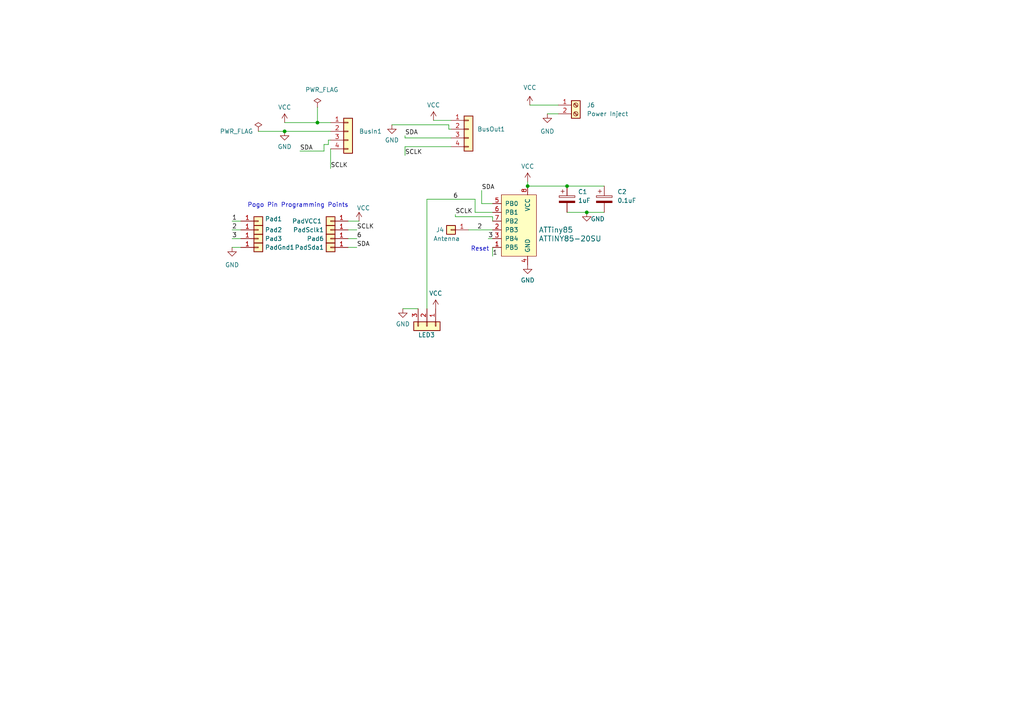
<source format=kicad_sch>
(kicad_sch (version 20230121) (generator eeschema)
  (paper "A4")
  (lib_symbols
    (symbol "Connector:Screw_Terminal_01x02" (pin_names (offset 1.016) hide)
      (property "Reference" "J" (at 0 2.54 0))
      (property "Value" "Screw_Terminal_01x02" (at 0 -5.08 0))
      (symbol "Screw_Terminal_01x02_1_1"
        (rectangle (start -1.27 1.27) (end 1.27 -3.81) (stroke (width 0.254)) (fill (type background)))
        (circle (center 0 -2.54) (radius 0.635) (stroke (width 0.1524)))
        (polyline (pts (xy -0.5334 -2.2098) (xy 0.3302 -3.048)) (stroke (width 0.1524)))
        (polyline (pts (xy -0.5334 0.3302) (xy 0.3302 -0.508)) (stroke (width 0.1524)))
        (polyline (pts (xy -0.3556 -2.032) (xy 0.508 -2.8702)) (stroke (width 0.1524)))
        (polyline (pts (xy -0.3556 0.508) (xy 0.508 -0.3302)) (stroke (width 0.1524)))
        (circle (center 0 0) (radius 0.635) (stroke (width 0.1524)))
        (pin passive line (at -5.08 0 0) (length 3.81) (name "Pin_1") (number "1"))
        (pin passive line (at -5.08 -2.54 0) (length 3.81) (name "Pin_2") (number "2"))
      )
    )
    (symbol "Connector_Generic:Conn_01x01" (pin_names (offset 1.016) hide)
      (property "Reference" "J" (at 0 2.54 0))
      (property "Value" "Conn_01x01" (at 0 -2.54 0))
      (symbol "Conn_01x01_1_1"
        (rectangle (start -1.27 0.127) (end 0 -0.127) (stroke (width 0.1524)))
        (rectangle (start -1.27 1.27) (end 1.27 -1.27) (stroke (width 0.254)) (fill (type background)))
        (pin passive line (at -5.08 0 0) (length 3.81) (name "Pin_1") (number "1"))
      )
    )
    (symbol "Connector_Generic:Conn_01x03" (pin_names (offset 1.016) hide)
      (property "Reference" "J" (at 0 5.08 0))
      (property "Value" "Conn_01x03" (at 0 -5.08 0))
      (symbol "Conn_01x03_1_1"
        (rectangle (start -1.27 -2.413) (end 0 -2.667) (stroke (width 0.1524)))
        (rectangle (start -1.27 0.127) (end 0 -0.127) (stroke (width 0.1524)))
        (rectangle (start -1.27 2.667) (end 0 2.413) (stroke (width 0.1524)))
        (rectangle (start -1.27 3.81) (end 1.27 -3.81) (stroke (width 0.254)) (fill (type background)))
        (pin passive line (at -5.08 2.54 0) (length 3.81) (name "Pin_1") (number "1"))
        (pin passive line (at -5.08 0 0) (length 3.81) (name "Pin_2") (number "2"))
        (pin passive line (at -5.08 -2.54 0) (length 3.81) (name "Pin_3") (number "3"))
      )
    )
    (symbol "Connector_Generic:Conn_01x04" (pin_names (offset 1.016) hide)
      (property "Reference" "J" (at 0 5.08 0))
      (property "Value" "Conn_01x04" (at 0 -7.62 0))
      (symbol "Conn_01x04_1_1"
        (rectangle (start -1.27 -4.953) (end 0 -5.207) (stroke (width 0.1524)))
        (rectangle (start -1.27 -2.413) (end 0 -2.667) (stroke (width 0.1524)))
        (rectangle (start -1.27 0.127) (end 0 -0.127) (stroke (width 0.1524)))
        (rectangle (start -1.27 2.667) (end 0 2.413) (stroke (width 0.1524)))
        (rectangle (start -1.27 3.81) (end 1.27 -6.35) (stroke (width 0.254)) (fill (type background)))
        (pin passive line (at -5.08 2.54 0) (length 3.81) (name "Pin_1") (number "1"))
        (pin passive line (at -5.08 0 0) (length 3.81) (name "Pin_2") (number "2"))
        (pin passive line (at -5.08 -2.54 0) (length 3.81) (name "Pin_3") (number "3"))
        (pin passive line (at -5.08 -5.08 0) (length 3.81) (name "Pin_4") (number "4"))
      )
    )
    (symbol "Device:C_Polarized" (pin_numbers hide) (pin_names (offset 0.254))
      (property "Reference" "C" (at 0.635 2.54 0))
      (property "Value" "C_Polarized" (at 0.635 -2.54 0))
      (symbol "C_Polarized_0_1"
        (rectangle (start -2.286 0.508) (end 2.286 1.016))
        (polyline (pts (xy -1.778 2.286) (xy -0.762 2.286)))
        (polyline (pts (xy -1.27 2.794) (xy -1.27 1.778)))
        (rectangle (start 2.286 -0.508) (end -2.286 -1.016) (fill (type outline)))
      )
      (symbol "C_Polarized_1_1"
        (pin passive line (at 0 3.81 270) (length 2.794) (name "~") (number "1"))
        (pin passive line (at 0 -3.81 90) (length 2.794) (name "~") (number "2"))
      )
    )
    (symbol "dk_Embedded-Microcontrollers:ATTINY85-20SU" (pin_names (offset 1.016))
      (property "Reference" "U" (at -5.08 6.35 0))
      (property "Value" "ATTINY85-20SU" (at 6.35 5.08 90))
      (symbol "ATTINY85-20SU_0_1"
        (rectangle (start -5.08 5.08) (end 5.08 -12.7) (fill (type background)))
      )
      (symbol "ATTINY85-20SU_1_1"
        (pin bidirectional line (at -7.62 -10.16 0) (length 2.54) (name "PB5") (number "1"))
        (pin bidirectional line (at -7.62 -5.08 0) (length 2.54) (name "PB3") (number "2"))
        (pin bidirectional line (at -7.62 -7.62 0) (length 2.54) (name "PB4") (number "3"))
        (pin power_in line (at 2.54 -15.24 90) (length 2.54) (name "GND") (number "4"))
        (pin bidirectional line (at -7.62 2.54 0) (length 2.54) (name "PB0") (number "5"))
        (pin bidirectional line (at -7.62 0 0) (length 2.54) (name "PB1") (number "6"))
        (pin bidirectional line (at -7.62 -2.54 0) (length 2.54) (name "PB2") (number "7"))
        (pin power_in line (at 2.54 7.62 270) (length 2.54) (name "VCC") (number "8"))
      )
    )
    (symbol "power:GND" (power) (pin_names (offset 0))
      (property "Value" "GND" (at 0 -3.81 0))
      (symbol "GND_0_1"
        (polyline (pts (xy 0 0) (xy 0 -1.27) (xy 1.27 -1.27) (xy 0 -2.54) (xy -1.27 -1.27) (xy 0 -1.27)))
      )
      (symbol "GND_1_1"
        (pin power_in line (at 0 0 270) (length 0) hide (name "GND") (number "1"))
      )
    )
    (symbol "power:PWR_FLAG" (power) (pin_numbers hide) (pin_names (offset 0) hide)
      (property "Value" "PWR_FLAG" (at 0 3.81 0))
      (symbol "PWR_FLAG_0_0"
        (pin power_out line (at 0 0 90) (length 0) (name "pwr") (number "1"))
      )
      (symbol "PWR_FLAG_0_1"
        (polyline (pts (xy 0 0) (xy 0 1.27) (xy -1.016 1.905) (xy 0 2.54) (xy 1.016 1.905) (xy 0 1.27)))
      )
    )
    (symbol "power:VCC" (power) (pin_names (offset 0))
      (property "Value" "VCC" (at 0 3.81 0))
      (symbol "VCC_0_1"
        (polyline (pts (xy -0.762 1.27) (xy 0 2.54)))
        (polyline (pts (xy 0 0) (xy 0 2.54)))
        (polyline (pts (xy 0 2.54) (xy 0.762 1.27)))
      )
      (symbol "VCC_1_1"
        (pin power_in line (at 0 0 90) (length 0) hide (name "VCC") (number "1"))
      )
    )
  )
  (junction (at 170.18 61.595))
  (junction (at 82.55 38.1))
  (junction (at 153.035 53.975))
  (junction (at 164.465 53.975))
  (junction (at 92.075 35.56))
  (wire (pts (xy 130.81 40.005) (xy 117.475 40.005)))
  (wire (pts (xy 164.465 53.975) (xy 175.26 53.975)))
  (wire (pts (xy 82.55 35.56) (xy 92.075 35.56)))
  (wire (pts (xy 117.475 40.005) (xy 117.475 39.37)))
  (wire (pts (xy 117.475 42.545) (xy 117.475 45.085)))
  (wire (pts (xy 123.825 57.785) (xy 123.825 89.535)))
  (wire (pts (xy 130.175 36.195) (xy 130.175 37.465)))
  (wire (pts (xy 95.885 43.18) (xy 95.885 48.895)))
  (wire (pts (xy 67.31 69.215) (xy 69.85 69.215)))
  (wire (pts (xy 164.465 61.595) (xy 170.18 61.595)))
  (wire (pts (xy 153.67 30.48) (xy 161.925 30.48)))
  (wire (pts (xy 132.08 62.23) (xy 132.08 62.865)))
  (wire (pts (xy 125.73 34.925) (xy 130.81 34.925)))
  (wire (pts (xy 137.795 61.595) (xy 137.795 57.785)))
  (wire (pts (xy 67.31 66.675) (xy 69.85 66.675)))
  (wire (pts (xy 67.31 71.755) (xy 69.85 71.755)))
  (wire (pts (xy 100.965 71.755) (xy 103.505 71.755)))
  (wire (pts (xy 153.035 53.975) (xy 164.465 53.975)))
  (wire (pts (xy 86.995 43.815) (xy 93.98 43.815)))
  (wire (pts (xy 130.81 42.545) (xy 117.475 42.545)))
  (wire (pts (xy 82.55 38.1) (xy 95.885 38.1)))
  (wire (pts (xy 153.035 52.705) (xy 153.035 53.975)))
  (wire (pts (xy 116.84 89.535) (xy 121.285 89.535)))
  (wire (pts (xy 142.875 62.865) (xy 142.875 64.135)))
  (wire (pts (xy 170.18 61.595) (xy 175.26 61.595)))
  (wire (pts (xy 100.965 69.215) (xy 103.505 69.215)))
  (wire (pts (xy 74.93 38.1) (xy 82.55 38.1)))
  (wire (pts (xy 139.7 59.055) (xy 142.875 59.055)))
  (wire (pts (xy 95.25 40.64) (xy 95.885 40.64)))
  (wire (pts (xy 135.89 66.675) (xy 142.875 66.675)))
  (wire (pts (xy 95.25 41.91) (xy 95.25 40.64)))
  (wire (pts (xy 139.7 55.245) (xy 139.7 59.055)))
  (wire (pts (xy 158.75 33.02) (xy 161.925 33.02)))
  (wire (pts (xy 92.075 31.115) (xy 92.075 35.56)))
  (wire (pts (xy 67.31 64.135) (xy 69.85 64.135)))
  (wire (pts (xy 130.175 37.465) (xy 130.81 37.465)))
  (wire (pts (xy 142.875 62.865) (xy 132.08 62.865)))
  (wire (pts (xy 142.875 61.595) (xy 137.795 61.595)))
  (wire (pts (xy 100.965 66.675) (xy 103.505 66.675)))
  (wire (pts (xy 142.875 71.755) (xy 142.875 74.295)))
  (wire (pts (xy 100.965 64.135) (xy 104.14 64.135)))
  (wire (pts (xy 137.795 57.785) (xy 123.825 57.785)))
  (wire (pts (xy 92.075 35.56) (xy 95.885 35.56)))
  (wire (pts (xy 93.98 41.91) (xy 93.98 43.815)))
  (wire (pts (xy 93.98 41.91) (xy 95.25 41.91)))
  (wire (pts (xy 141.605 69.215) (xy 142.875 69.215)))
  (wire (pts (xy 113.665 36.195) (xy 130.175 36.195)))
  (text "Reset" (at 136.525 73.025 0) (effects (font (size 1.27 1.27)) (justify left bottom)))
  (text "Pogo Pin Programming Points\n" (at 71.755 60.325 0) (effects (font (size 1.27 1.27)) (justify left bottom)))
  (label "3" (at 67.31 69.215 0))
  (label "1" (at 67.31 64.135 0))
  (label "SDA" (at 117.475 39.37 0))
  (label "1" (at 142.875 74.295 0))
  (label "SCLK" (at 117.475 45.085 0))
  (label "3" (at 141.605 69.215 0))
  (label "6" (at 103.505 69.215 0))
  (label "SDA" (at 139.7 55.245 0))
  (label "SCLK" (at 132.08 62.23 0))
  (label "2" (at 138.43 66.675 0))
  (label "SCLK" (at 103.505 66.675 0))
  (label "SDA" (at 86.995 43.815 0))
  (label "6" (at 131.445 57.785 0))
  (label "SDA" (at 103.505 71.755 0))
  (label "2" (at 67.31 66.675 0))
  (label "SCLK" (at 95.885 48.895 0))
  (symbol (lib_id "Connector_Generic:Conn_01x01") (at 95.885 69.215 180) (unit 1)
    (property "Reference" "Pad6" (at 93.98 69.215 0) (effects (justify left)))
    (property "Value" "6" (effects hide))
    (property "Footprint" "Library:TestPoint_Pad_1.5mm_circular" (effects hide))
  )
  (symbol (lib_id "Connector_Generic:Conn_01x01") (at 95.885 64.135 180) (unit 1)
    (property "Reference" "PadVCC1" (at 93.345 64.135 0) (effects (justify left)))
    (property "Value" "VCC" (effects hide))
    (property "Footprint" "Library:TestPoint_Pad_1.5mm_circular" (effects hide))
  )
  (symbol (lib_id "Connector:Screw_Terminal_01x02") (at 167.005 30.48 0) (unit 1)
    (property "Reference" "J6" (at 170.18 30.48 0) (effects (justify left)))
    (property "Value" "Power Inject" (at 170.18 33.02 0) (effects (justify left)))
    (property "Footprint" "Library:SCREW_TERMINAL_5mm_01x02" (effects hide))
  )
  (symbol (lib_id "power:PWR_FLAG") (at 74.93 38.1 0) (unit 1)
    (property "Reference" "#FLG02" (effects hide))
    (property "Value" "PWR_FLAG" (at 68.58 38.1 0))
  )
  (symbol (lib_id "Connector_Generic:Conn_01x01") (at 74.93 69.215 0) (unit 1)
    (property "Reference" "Pad3" (at 76.835 69.215 0) (effects (justify left)))
    (property "Value" "3" (effects hide))
    (property "Footprint" "Library:TestPoint_Pad_1.5mm_circular" (effects hide))
  )
  (symbol (lib_id "power:VCC") (at 153.67 30.48 0) (unit 1)
    (property "Reference" "#PWR013" (effects hide))
    (property "Value" "VCC" (at 153.67 25.4 0))
  )
  (symbol (lib_id "Device:C_Polarized") (at 175.26 57.785 0) (unit 1)
    (property "Reference" "C2" (at 179.07 55.626 0) (effects (justify left)))
    (property "Value" "0.1uF" (at 179.07 58.166 0) (effects (justify left)))
    (property "Footprint" "Capacitor_SMD:C_0603_1608Metric" (effects hide))
  )
  (symbol (lib_id "power:VCC") (at 104.14 64.135 0) (unit 1)
    (property "Reference" "#PWR010" (effects hide))
    (property "Value" "VCC" (at 105.41 60.325 0))
  )
  (symbol (lib_id "power:VCC") (at 126.365 89.535 0) (unit 1)
    (property "Reference" "#PWR08" (effects hide))
    (property "Value" "VCC" (at 126.365 85.09 0))
  )
  (symbol (lib_id "Connector_Generic:Conn_01x01") (at 74.93 71.755 0) (unit 1)
    (property "Reference" "PadGnd1" (at 76.835 71.755 0) (effects (justify left)))
    (property "Value" "GND" (effects hide))
    (property "Footprint" "Library:TestPoint_Pad_1.5mm_circular" (effects hide))
  )
  (symbol (lib_id "Connector_Generic:Conn_01x03") (at 123.825 94.615 270) (unit 1)
    (property "Reference" "LED3" (at 121.285 97.155 90) (effects (justify left)))
    (property "Value" "LEDs" (effects hide))
    (property "Footprint" "Connector_JST:JST_XH_B3B-XH-A_1x03_P2.50mm_Vertical" (effects hide))
  )
  (symbol (lib_id "power:GND") (at 116.84 89.535 0) (unit 1)
    (property "Reference" "#PWR07" (effects hide))
    (property "Value" "GND" (at 116.84 93.98 0))
  )
  (symbol (lib_id "dk_Embedded-Microcontrollers:ATTINY85-20SU") (at 150.495 61.595 0) (unit 1)
    (property "Reference" "ATTiny85" (at 156.21 66.675 0) (effects (font (size 1.524 1.524)) (justify left)))
    (property "Value" "ATTINY85-20SU" (at 156.21 69.215 0) (effects (font (size 1.524 1.524)) (justify left)))
    (property "Footprint" "ATTINY85-20SFR:SOIC127P798X216-8N" (effects hide))
    (property "Datasheet" "http://www.microchip.com/mymicrochip/filehandler.aspx?ddocname=en589894" (effects hide))
    (property "Digi-Key_PN" "ATTINY85-20SU-ND" (effects hide))
    (property "MPN" "ATTINY85-20SU" (effects hide))
    (property "Category" "Integrated Circuits (ICs)" (effects hide))
    (property "Family" "Embedded - Microcontrollers" (effects hide))
    (property "DK_Datasheet_Link" "http://www.microchip.com/mymicrochip/filehandler.aspx?ddocname=en589894" (effects hide))
    (property "DK_Detail_Page" "/product-detail/en/microchip-technology/ATTINY85-20SU/ATTINY85-20SU-ND/735470" (effects hide))
    (property "Description" "IC MCU 8BIT 8KB FLASH 8SOIC" (effects hide))
    (property "Manufacturer" "Microchip Technology" (effects hide))
    (property "Status" "Active" (effects hide))
  )
  (symbol (lib_id "Connector_Generic:Conn_01x01") (at 95.885 71.755 180) (unit 1)
    (property "Reference" "PadSda1" (at 93.98 71.755 0) (effects (justify left)))
    (property "Value" "SDA" (effects hide))
    (property "Footprint" "Library:TestPoint_Pad_1.5mm_circular" (effects hide))
  )
  (symbol (lib_id "power:PWR_FLAG") (at 92.075 31.115 0) (unit 1)
    (property "Reference" "#FLG01" (effects hide))
    (property "Value" "PWR_FLAG" (at 93.345 26.035 0))
  )
  (symbol (lib_id "Connector_Generic:Conn_01x01") (at 74.93 66.675 0) (unit 1)
    (property "Reference" "Pad2" (at 76.835 66.675 0) (effects (justify left)))
    (property "Value" "2" (effects hide))
    (property "Footprint" "Library:TestPoint_Pad_1.5mm_circular" (effects hide))
  )
  (symbol (lib_id "Connector_Generic:Conn_01x01") (at 130.81 66.675 180) (unit 1)
    (property "Reference" "J4" (at 127.635 66.675 0))
    (property "Value" "Antenna" (at 129.54 69.215 0))
    (property "Footprint" "TestPoint:TestPoint_Pad_1.0x1.0mm" (effects hide))
  )
  (symbol (lib_id "Connector_Generic:Conn_01x01") (at 74.93 64.135 0) (unit 1)
    (property "Reference" "Pad1" (at 76.835 63.5 0) (effects (justify left)))
    (property "Value" "1" (effects hide))
    (property "Footprint" "Library:TestPoint_Pad_1.5mm_circular" (effects hide))
  )
  (symbol (lib_id "Device:C_Polarized") (at 164.465 57.785 0) (unit 1)
    (property "Reference" "C1" (at 167.64 55.626 0) (effects (justify left)))
    (property "Value" "1uF" (at 167.64 58.166 0) (effects (justify left)))
    (property "Footprint" "Capacitor_SMD:C_0402_1005Metric" (effects hide))
  )
  (symbol (lib_id "power:GND") (at 113.665 36.195 0) (unit 1)
    (property "Reference" "#PWR02" (effects hide))
    (property "Value" "GND" (at 113.665 40.64 0))
  )
  (symbol (lib_id "Connector_Generic:Conn_01x01") (at 95.885 66.675 180) (unit 1)
    (property "Reference" "PadSclk1" (at 93.98 66.675 0) (effects (justify left)))
    (property "Value" "SCLK" (effects hide))
    (property "Footprint" "Library:TestPoint_Pad_1.5mm_circular" (effects hide))
  )
  (symbol (lib_id "Connector_Generic:Conn_01x04") (at 135.89 37.465 0) (unit 1)
    (property "Reference" "BusOut1" (at 138.43 37.465 0) (effects (justify left)))
    (property "Value" "Bus Out" (effects hide))
    (property "Footprint" "Connector_JST:JST_XH_B4B-XH-A_1x04_P2.50mm_Vertical" (effects hide))
  )
  (symbol (lib_id "power:GND") (at 170.18 61.595 0) (unit 1)
    (property "Reference" "#PWR09" (effects hide))
    (property "Value" "GND" (at 173.355 63.5 0))
  )
  (symbol (lib_id "power:VCC") (at 82.55 35.56 0) (unit 1)
    (property "Reference" "#PWR01" (effects hide))
    (property "Value" "VCC" (at 82.55 31.115 0))
  )
  (symbol (lib_id "power:GND") (at 153.035 76.835 0) (unit 1)
    (property "Reference" "#PWR06" (effects hide))
    (property "Value" "GND" (at 153.035 81.28 0))
  )
  (symbol (lib_id "power:GND") (at 82.55 38.1 0) (unit 1)
    (property "Reference" "#PWR03" (effects hide))
    (property "Value" "GND" (at 82.55 42.545 0))
  )
  (symbol (lib_id "power:VCC") (at 125.73 34.925 0) (unit 1)
    (property "Reference" "#PWR011" (effects hide))
    (property "Value" "VCC" (at 125.73 30.48 0))
  )
  (symbol (lib_id "power:VCC") (at 153.035 52.705 0) (unit 1)
    (property "Reference" "#PWR05" (effects hide))
    (property "Value" "VCC" (at 153.035 48.26 0))
  )
  (symbol (lib_id "power:GND") (at 158.75 33.02 0) (unit 1)
    (property "Reference" "#PWR012" (effects hide))
    (property "Value" "GND" (at 158.75 38.1 0))
  )
  (symbol (lib_id "Connector_Generic:Conn_01x04") (at 100.965 38.1 0) (unit 1)
    (property "Reference" "BusIn1" (at 104.14 38.1 0) (effects (justify left)))
    (property "Value" "Bus In" (effects hide))
    (property "Footprint" "Connector_JST:JST_XH_B4B-XH-A_1x04_P2.50mm_Vertical" (effects hide))
  )
  (symbol (lib_id "power:GND") (at 67.31 71.755 0) (unit 1)
    (property "Reference" "#PWR04" (effects hide))
    (property "Value" "GND" (at 67.31 76.835 0))
  )
)
</source>
